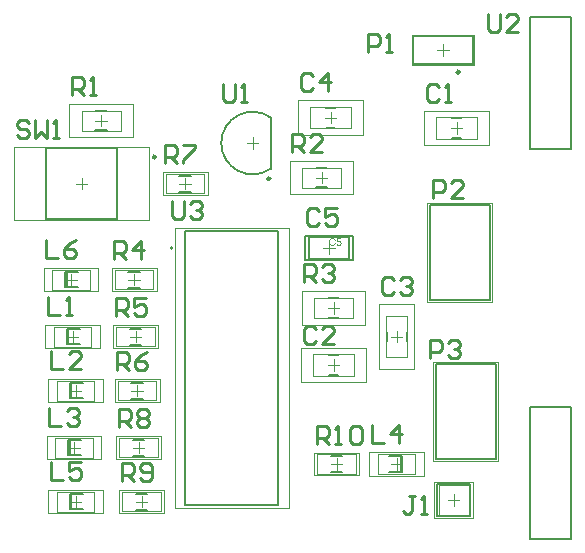
<source format=gto>
G04*
G04 #@! TF.GenerationSoftware,Altium Limited,Altium Designer,19.1.8 (144)*
G04*
G04 Layer_Color=65535*
%FSLAX25Y25*%
%MOIN*%
G70*
G01*
G75*
%ADD10C,0.00984*%
%ADD11C,0.00787*%
%ADD12C,0.00500*%
%ADD13C,0.01000*%
%ADD14R,0.00803X0.05118*%
%ADD15C,0.00394*%
%ADD16C,0.00197*%
G36*
X111249Y104800D02*
X111281Y104796D01*
X111321Y104793D01*
X111361Y104789D01*
X111409Y104778D01*
X111507Y104756D01*
X111616Y104724D01*
X111671Y104702D01*
X111722Y104676D01*
X111773Y104643D01*
X111824Y104611D01*
X111827Y104607D01*
X111835Y104603D01*
X111849Y104593D01*
X111867Y104574D01*
X111885Y104556D01*
X111911Y104531D01*
X111936Y104501D01*
X111966Y104472D01*
X111995Y104436D01*
X112024Y104392D01*
X112057Y104349D01*
X112086Y104301D01*
X112111Y104247D01*
X112140Y104192D01*
X112162Y104134D01*
X112184Y104068D01*
X111856Y103992D01*
Y103996D01*
X111853Y104003D01*
X111845Y104017D01*
X111838Y104036D01*
X111831Y104057D01*
X111820Y104087D01*
X111791Y104145D01*
X111754Y104210D01*
X111711Y104276D01*
X111656Y104338D01*
X111598Y104392D01*
X111591Y104400D01*
X111569Y104414D01*
X111532Y104432D01*
X111485Y104458D01*
X111423Y104480D01*
X111354Y104501D01*
X111270Y104516D01*
X111179Y104520D01*
X111150D01*
X111132Y104516D01*
X111107D01*
X111077Y104512D01*
X111008Y104501D01*
X110932Y104487D01*
X110852Y104462D01*
X110768Y104425D01*
X110692Y104378D01*
X110688D01*
X110684Y104370D01*
X110659Y104352D01*
X110626Y104323D01*
X110586Y104279D01*
X110539Y104225D01*
X110495Y104163D01*
X110455Y104087D01*
X110419Y104003D01*
Y103999D01*
X110415Y103992D01*
X110411Y103981D01*
X110408Y103963D01*
X110400Y103941D01*
X110393Y103916D01*
X110382Y103854D01*
X110368Y103781D01*
X110353Y103701D01*
X110346Y103613D01*
X110342Y103519D01*
Y103515D01*
Y103504D01*
Y103486D01*
Y103464D01*
X110346Y103439D01*
Y103406D01*
X110349Y103369D01*
X110353Y103329D01*
X110364Y103242D01*
X110382Y103147D01*
X110404Y103053D01*
X110433Y102958D01*
Y102954D01*
X110437Y102947D01*
X110444Y102936D01*
X110451Y102918D01*
X110473Y102874D01*
X110506Y102823D01*
X110546Y102765D01*
X110597Y102703D01*
X110655Y102649D01*
X110724Y102598D01*
X110728D01*
X110735Y102594D01*
X110746Y102587D01*
X110761Y102580D01*
X110779Y102572D01*
X110801Y102561D01*
X110852Y102540D01*
X110917Y102518D01*
X110990Y102499D01*
X111070Y102485D01*
X111154Y102481D01*
X111179D01*
X111201Y102485D01*
X111227D01*
X111252Y102489D01*
X111318Y102503D01*
X111394Y102521D01*
X111470Y102550D01*
X111551Y102591D01*
X111591Y102612D01*
X111627Y102641D01*
X111631Y102645D01*
X111634Y102649D01*
X111645Y102660D01*
X111660Y102671D01*
X111674Y102689D01*
X111693Y102711D01*
X111714Y102733D01*
X111733Y102762D01*
X111754Y102794D01*
X111780Y102831D01*
X111802Y102867D01*
X111824Y102911D01*
X111842Y102958D01*
X111860Y103009D01*
X111878Y103064D01*
X111893Y103122D01*
X112228Y103038D01*
Y103035D01*
X112224Y103020D01*
X112217Y102998D01*
X112206Y102969D01*
X112195Y102936D01*
X112180Y102896D01*
X112162Y102853D01*
X112140Y102805D01*
X112089Y102703D01*
X112024Y102601D01*
X111984Y102550D01*
X111944Y102499D01*
X111900Y102456D01*
X111849Y102412D01*
X111845Y102409D01*
X111838Y102401D01*
X111820Y102394D01*
X111802Y102379D01*
X111773Y102361D01*
X111743Y102343D01*
X111704Y102325D01*
X111663Y102307D01*
X111616Y102285D01*
X111565Y102267D01*
X111511Y102248D01*
X111452Y102230D01*
X111390Y102216D01*
X111325Y102208D01*
X111256Y102201D01*
X111183Y102197D01*
X111143D01*
X111114Y102201D01*
X111081D01*
X111041Y102205D01*
X110997Y102212D01*
X110946Y102219D01*
X110841Y102237D01*
X110732Y102267D01*
X110622Y102307D01*
X110571Y102332D01*
X110521Y102361D01*
X110517Y102365D01*
X110510Y102368D01*
X110495Y102379D01*
X110480Y102394D01*
X110459Y102409D01*
X110433Y102430D01*
X110404Y102456D01*
X110375Y102485D01*
X110346Y102518D01*
X110313Y102550D01*
X110248Y102634D01*
X110186Y102733D01*
X110131Y102842D01*
Y102845D01*
X110124Y102856D01*
X110120Y102874D01*
X110109Y102896D01*
X110102Y102925D01*
X110091Y102962D01*
X110076Y103002D01*
X110065Y103045D01*
X110055Y103093D01*
X110040Y103147D01*
X110022Y103260D01*
X110007Y103388D01*
X110000Y103519D01*
Y103522D01*
Y103537D01*
Y103559D01*
X110004Y103584D01*
Y103621D01*
X110007Y103657D01*
X110011Y103704D01*
X110018Y103752D01*
X110036Y103857D01*
X110062Y103974D01*
X110098Y104090D01*
X110149Y104203D01*
X110153Y104207D01*
X110157Y104218D01*
X110164Y104232D01*
X110178Y104250D01*
X110193Y104276D01*
X110211Y104305D01*
X110258Y104370D01*
X110320Y104443D01*
X110393Y104516D01*
X110477Y104589D01*
X110575Y104651D01*
X110579Y104654D01*
X110590Y104658D01*
X110604Y104665D01*
X110622Y104676D01*
X110652Y104687D01*
X110681Y104698D01*
X110717Y104713D01*
X110757Y104727D01*
X110801Y104742D01*
X110848Y104756D01*
X110950Y104778D01*
X111066Y104796D01*
X111187Y104804D01*
X111223D01*
X111249Y104800D01*
D02*
G37*
G36*
X114062Y104432D02*
X113054D01*
X112919Y103752D01*
X112923Y103755D01*
X112930Y103759D01*
X112941Y103766D01*
X112959Y103777D01*
X112981Y103788D01*
X113007Y103803D01*
X113065Y103832D01*
X113138Y103861D01*
X113218Y103886D01*
X113305Y103904D01*
X113349Y103912D01*
X113429D01*
X113451Y103908D01*
X113480Y103904D01*
X113513Y103901D01*
X113549Y103894D01*
X113589Y103883D01*
X113676Y103857D01*
X113724Y103839D01*
X113771Y103814D01*
X113818Y103788D01*
X113866Y103759D01*
X113909Y103723D01*
X113953Y103682D01*
X113957Y103679D01*
X113964Y103672D01*
X113975Y103661D01*
X113989Y103642D01*
X114008Y103617D01*
X114026Y103592D01*
X114048Y103559D01*
X114069Y103522D01*
X114088Y103482D01*
X114110Y103439D01*
X114128Y103388D01*
X114146Y103337D01*
X114161Y103282D01*
X114171Y103220D01*
X114179Y103158D01*
X114182Y103093D01*
Y103089D01*
Y103078D01*
Y103060D01*
X114179Y103035D01*
X114175Y103006D01*
X114171Y102973D01*
X114164Y102933D01*
X114157Y102893D01*
X114135Y102798D01*
X114099Y102700D01*
X114077Y102649D01*
X114048Y102601D01*
X114018Y102550D01*
X113982Y102503D01*
X113979Y102499D01*
X113971Y102489D01*
X113957Y102474D01*
X113938Y102456D01*
X113913Y102434D01*
X113884Y102405D01*
X113847Y102379D01*
X113807Y102350D01*
X113764Y102321D01*
X113713Y102296D01*
X113658Y102270D01*
X113600Y102245D01*
X113538Y102226D01*
X113469Y102212D01*
X113396Y102201D01*
X113320Y102197D01*
X113287D01*
X113261Y102201D01*
X113232Y102205D01*
X113199Y102208D01*
X113160Y102212D01*
X113119Y102223D01*
X113028Y102245D01*
X112937Y102278D01*
X112890Y102299D01*
X112843Y102325D01*
X112799Y102354D01*
X112755Y102387D01*
X112752Y102390D01*
X112744Y102394D01*
X112737Y102409D01*
X112723Y102423D01*
X112705Y102441D01*
X112686Y102463D01*
X112664Y102492D01*
X112646Y102525D01*
X112624Y102558D01*
X112602Y102598D01*
X112563Y102685D01*
X112530Y102787D01*
X112519Y102842D01*
X112512Y102900D01*
X112836Y102925D01*
Y102922D01*
Y102915D01*
X112839Y102903D01*
X112843Y102885D01*
X112854Y102845D01*
X112868Y102791D01*
X112890Y102736D01*
X112919Y102674D01*
X112956Y102620D01*
X112999Y102569D01*
X113007Y102565D01*
X113021Y102550D01*
X113050Y102532D01*
X113090Y102510D01*
X113134Y102489D01*
X113189Y102470D01*
X113251Y102456D01*
X113320Y102452D01*
X113341D01*
X113356Y102456D01*
X113400Y102460D01*
X113451Y102474D01*
X113513Y102492D01*
X113574Y102521D01*
X113640Y102565D01*
X113669Y102591D01*
X113698Y102620D01*
X113702Y102623D01*
X113706Y102627D01*
X113713Y102638D01*
X113724Y102649D01*
X113749Y102689D01*
X113778Y102740D01*
X113804Y102802D01*
X113829Y102878D01*
X113847Y102969D01*
X113855Y103016D01*
Y103067D01*
Y103071D01*
Y103078D01*
Y103093D01*
X113851Y103111D01*
Y103133D01*
X113847Y103158D01*
X113837Y103217D01*
X113818Y103286D01*
X113793Y103355D01*
X113756Y103420D01*
X113706Y103482D01*
Y103486D01*
X113698Y103490D01*
X113680Y103508D01*
X113647Y103533D01*
X113603Y103562D01*
X113545Y103588D01*
X113480Y103613D01*
X113403Y103631D01*
X113360Y103639D01*
X113291D01*
X113261Y103635D01*
X113225Y103631D01*
X113181Y103621D01*
X113138Y103610D01*
X113090Y103592D01*
X113043Y103570D01*
X113039Y103566D01*
X113025Y103559D01*
X113003Y103541D01*
X112974Y103522D01*
X112945Y103497D01*
X112916Y103464D01*
X112883Y103431D01*
X112857Y103391D01*
X112566Y103431D01*
X112810Y104727D01*
X114062D01*
Y104432D01*
D02*
G37*
D10*
X153492Y160197D02*
G03*
X153492Y160197I-492J0D01*
G01*
X90390Y124677D02*
G03*
X90390Y124677I-492J0D01*
G01*
X52205Y131858D02*
G03*
X52205Y131858I-492J0D01*
G01*
D11*
X90484Y145046D02*
G03*
X90484Y127954I-5984J-8546D01*
G01*
X57913Y101500D02*
G03*
X57913Y101500I-394J0D01*
G01*
X145500Y62748D02*
X165500D01*
Y31252D02*
Y62748D01*
X145500Y31252D02*
X165500D01*
X145500D02*
Y62748D01*
X138000Y162756D02*
Y172244D01*
X158000D01*
Y162756D02*
Y172244D01*
X138000Y162756D02*
X158000D01*
X143500Y115748D02*
X163500D01*
Y84252D02*
Y115748D01*
X143500Y84252D02*
X163500D01*
X143500D02*
Y115748D01*
X110122Y59153D02*
X112878D01*
X110122Y65847D02*
X112878D01*
X145909Y12205D02*
X157091D01*
X145909D02*
Y22795D01*
X157091D01*
Y12205D02*
Y22795D01*
X22031Y93559D02*
X26362D01*
X22031Y88441D02*
X26362D01*
X22031D02*
Y93559D01*
X22532Y74559D02*
X26862D01*
X22532Y69441D02*
X26862D01*
X22532D02*
Y74559D01*
X23531Y56559D02*
X27862D01*
X23531Y51441D02*
X27862D01*
X23531D02*
Y56559D01*
X23031Y37559D02*
X27362D01*
X23031Y32441D02*
X27362D01*
X23031D02*
Y37559D01*
X130138Y26941D02*
X134468D01*
X130138Y32059D02*
X134468D01*
Y26941D02*
Y32059D01*
X23531Y19559D02*
X27862D01*
X23531Y14441D02*
X27862D01*
X23531D02*
Y19559D01*
X90484Y127954D02*
Y145046D01*
X32032Y140850D02*
X35969D01*
X32032Y147150D02*
X35969D01*
X151122Y144846D02*
X153878D01*
X151122Y138154D02*
X153878D01*
X105532Y128150D02*
X109468D01*
X105532Y121850D02*
X109468D01*
X109122Y141654D02*
X111878D01*
X109122Y148346D02*
X111878D01*
X135846Y70622D02*
Y73378D01*
X129154Y70622D02*
Y73378D01*
X15689Y111189D02*
X39311D01*
X15689D02*
Y134811D01*
X39311Y111189D02*
Y134811D01*
X15689D02*
X39311D01*
X109728Y84748D02*
X113272D01*
X109728Y78252D02*
X113272D01*
X43031Y93657D02*
X46968D01*
X43031Y88342D02*
X46968D01*
X107835Y97957D02*
X112165D01*
X107835Y105043D02*
X112165D01*
X43532Y74657D02*
X47469D01*
X43532Y69342D02*
X47469D01*
X44032Y56657D02*
X47969D01*
X44032Y51342D02*
X47969D01*
X60031Y120343D02*
X63968D01*
X60031Y125657D02*
X63968D01*
X44532Y37657D02*
X48469D01*
X44532Y32342D02*
X48469D01*
X110531Y32157D02*
X114469D01*
X110531Y26842D02*
X114469D01*
X45531Y19658D02*
X49468D01*
X45531Y14343D02*
X49468D01*
X103307Y97957D02*
Y105043D01*
Y97957D02*
X116693D01*
Y105043D01*
X103307D02*
X116693D01*
X102126Y97563D02*
Y105437D01*
Y97563D02*
X117874D01*
Y105437D01*
X102126D02*
X117874D01*
X57913Y101500D02*
G03*
X57913Y101500I-394J0D01*
G01*
D02*
G03*
X57913Y101500I-394J0D01*
G01*
X102126Y97563D02*
Y105437D01*
Y97563D02*
X117874D01*
Y105437D01*
X102126D02*
X117874D01*
X90484Y145046D02*
G03*
X90484Y127954I-5984J-8546D01*
G01*
Y145046D01*
D12*
X62008Y107248D02*
X92992D01*
X62008Y15752D02*
X92992D01*
X177000Y134500D02*
X190500D01*
X177000D02*
Y178500D01*
X190500D01*
Y134500D02*
Y178500D01*
Y4500D02*
Y48500D01*
X177000D02*
X190500D01*
X177000Y4500D02*
Y48500D01*
Y4500D02*
X190500D01*
X62008Y107248D02*
X92992D01*
X62008Y15752D02*
X92992D01*
X62008D02*
Y107248D01*
X92992Y15752D02*
Y107248D01*
X62008D02*
X92992D01*
X62008Y15752D02*
X92992D01*
X62008D02*
Y107248D01*
X92992Y15752D02*
Y107248D01*
X177000Y134500D02*
X190500D01*
X177000D02*
Y178500D01*
X190500D01*
Y134500D02*
Y136500D01*
Y176500D02*
Y178500D01*
Y46500D02*
Y48500D01*
Y4500D02*
Y6500D01*
X177000Y48500D02*
X190500D01*
X177000Y4500D02*
Y48500D01*
Y4500D02*
X190500D01*
D13*
X143500Y65000D02*
Y70998D01*
X146499D01*
X147499Y69998D01*
Y67999D01*
X146499Y66999D01*
X143500D01*
X149498Y69998D02*
X150498Y70998D01*
X152497D01*
X153497Y69998D01*
Y68999D01*
X152497Y67999D01*
X151497D01*
X152497D01*
X153497Y66999D01*
Y66000D01*
X152497Y65000D01*
X150498D01*
X149498Y66000D01*
X123000Y167000D02*
Y172998D01*
X125999D01*
X126999Y171998D01*
Y169999D01*
X125999Y168999D01*
X123000D01*
X128998Y167000D02*
X130997D01*
X129998D01*
Y172998D01*
X128998Y171998D01*
X163000Y179498D02*
Y174500D01*
X164000Y173500D01*
X165999D01*
X166999Y174500D01*
Y179498D01*
X172997Y173500D02*
X168998D01*
X172997Y177499D01*
Y178498D01*
X171997Y179498D01*
X169998D01*
X168998Y178498D01*
X144550Y118250D02*
Y124248D01*
X147549D01*
X148549Y123248D01*
Y121249D01*
X147549Y120249D01*
X144550D01*
X154547Y118250D02*
X150548D01*
X154547Y122249D01*
Y123248D01*
X153547Y124248D01*
X151548D01*
X150548Y123248D01*
X105499Y74498D02*
X104499Y75498D01*
X102500D01*
X101500Y74498D01*
Y70500D01*
X102500Y69500D01*
X104499D01*
X105499Y70500D01*
X111497Y69500D02*
X107498D01*
X111497Y73499D01*
Y74498D01*
X110497Y75498D01*
X108498D01*
X107498Y74498D01*
X15700Y104098D02*
Y98100D01*
X19699D01*
X25697Y104098D02*
X23697Y103098D01*
X21698Y101099D01*
Y99100D01*
X22698Y98100D01*
X24697D01*
X25697Y99100D01*
Y100099D01*
X24697Y101099D01*
X21698D01*
X17200Y30098D02*
Y24100D01*
X21199D01*
X27197Y30098D02*
X23198D01*
Y27099D01*
X25197Y28099D01*
X26197D01*
X27197Y27099D01*
Y25100D01*
X26197Y24100D01*
X24198D01*
X23198Y25100D01*
X124200Y42598D02*
Y36600D01*
X128199D01*
X133197D02*
Y42598D01*
X130198Y39599D01*
X134197D01*
X16700Y48098D02*
Y42100D01*
X20699D01*
X22698Y47098D02*
X23698Y48098D01*
X25697D01*
X26697Y47098D01*
Y46099D01*
X25697Y45099D01*
X24697D01*
X25697D01*
X26697Y44099D01*
Y43100D01*
X25697Y42100D01*
X23698D01*
X22698Y43100D01*
X17200Y67098D02*
Y61100D01*
X21199D01*
X27197D02*
X23198D01*
X27197Y65099D01*
Y66098D01*
X26197Y67098D01*
X24198D01*
X23198Y66098D01*
X16200Y85098D02*
Y79100D01*
X20199D01*
X22198D02*
X24197D01*
X23198D01*
Y85098D01*
X22198Y84098D01*
X57730Y117298D02*
Y112300D01*
X58730Y111300D01*
X60729D01*
X61729Y112300D01*
Y117298D01*
X63728Y116298D02*
X64728Y117298D01*
X66727D01*
X67727Y116298D01*
Y115299D01*
X66727Y114299D01*
X65727D01*
X66727D01*
X67727Y113299D01*
Y112300D01*
X66727Y111300D01*
X64728D01*
X63728Y112300D01*
X74650Y156348D02*
Y151350D01*
X75650Y150350D01*
X77649D01*
X78649Y151350D01*
Y156348D01*
X80648Y150350D02*
X82647D01*
X81648D01*
Y156348D01*
X80648Y155348D01*
X9999Y143298D02*
X8999Y144298D01*
X7000D01*
X6000Y143298D01*
Y142299D01*
X7000Y141299D01*
X8999D01*
X9999Y140299D01*
Y139300D01*
X8999Y138300D01*
X7000D01*
X6000Y139300D01*
X11998Y144298D02*
Y138300D01*
X13997Y140299D01*
X15997Y138300D01*
Y144298D01*
X17996Y138300D02*
X19996D01*
X18996D01*
Y144298D01*
X17996Y143298D01*
X105900Y36300D02*
Y42298D01*
X108899D01*
X109899Y41298D01*
Y39299D01*
X108899Y38299D01*
X105900D01*
X107899D02*
X109899Y36300D01*
X111898D02*
X113897D01*
X112898D01*
Y42298D01*
X111898Y41298D01*
X116896D02*
X117896Y42298D01*
X119896D01*
X120895Y41298D01*
Y37300D01*
X119896Y36300D01*
X117896D01*
X116896Y37300D01*
Y41298D01*
X40900Y23800D02*
Y29798D01*
X43899D01*
X44899Y28798D01*
Y26799D01*
X43899Y25799D01*
X40900D01*
X42899D02*
X44899Y23800D01*
X46898Y24800D02*
X47898Y23800D01*
X49897D01*
X50897Y24800D01*
Y28798D01*
X49897Y29798D01*
X47898D01*
X46898Y28798D01*
Y27799D01*
X47898Y26799D01*
X50897D01*
X39950Y41850D02*
Y47848D01*
X42949D01*
X43949Y46848D01*
Y44849D01*
X42949Y43849D01*
X39950D01*
X41949D02*
X43949Y41850D01*
X45948Y46848D02*
X46948Y47848D01*
X48947D01*
X49947Y46848D01*
Y45849D01*
X48947Y44849D01*
X49947Y43849D01*
Y42850D01*
X48947Y41850D01*
X46948D01*
X45948Y42850D01*
Y43849D01*
X46948Y44849D01*
X45948Y45849D01*
Y46848D01*
X46948Y44849D02*
X48947D01*
X55400Y129800D02*
Y135798D01*
X58399D01*
X59399Y134798D01*
Y132799D01*
X58399Y131799D01*
X55400D01*
X57399D02*
X59399Y129800D01*
X61398Y135798D02*
X65397D01*
Y134798D01*
X61398Y130800D01*
Y129800D01*
X39450Y60850D02*
Y66848D01*
X42449D01*
X43449Y65848D01*
Y63849D01*
X42449Y62849D01*
X39450D01*
X41449D02*
X43449Y60850D01*
X49447Y66848D02*
X47447Y65848D01*
X45448Y63849D01*
Y61850D01*
X46448Y60850D01*
X48447D01*
X49447Y61850D01*
Y62849D01*
X48447Y63849D01*
X45448D01*
X38950Y78850D02*
Y84848D01*
X41949D01*
X42949Y83848D01*
Y81849D01*
X41949Y80849D01*
X38950D01*
X40949D02*
X42949Y78850D01*
X48947Y84848D02*
X44948D01*
Y81849D01*
X46947Y82849D01*
X47947D01*
X48947Y81849D01*
Y79850D01*
X47947Y78850D01*
X45948D01*
X44948Y79850D01*
X38400Y97800D02*
Y103798D01*
X41399D01*
X42399Y102798D01*
Y100799D01*
X41399Y99799D01*
X38400D01*
X40399D02*
X42399Y97800D01*
X47397D02*
Y103798D01*
X44398Y100799D01*
X48397D01*
X101750Y90350D02*
Y96348D01*
X104749D01*
X105749Y95348D01*
Y93349D01*
X104749Y92349D01*
X101750D01*
X103749D02*
X105749Y90350D01*
X107748Y95348D02*
X108748Y96348D01*
X110747D01*
X111747Y95348D01*
Y94349D01*
X110747Y93349D01*
X109747D01*
X110747D01*
X111747Y92349D01*
Y91350D01*
X110747Y90350D01*
X108748D01*
X107748Y91350D01*
X97800Y133600D02*
Y139598D01*
X100799D01*
X101799Y138598D01*
Y136599D01*
X100799Y135599D01*
X97800D01*
X99799D02*
X101799Y133600D01*
X107797D02*
X103798D01*
X107797Y137599D01*
Y138598D01*
X106797Y139598D01*
X104798D01*
X103798Y138598D01*
X24300Y152600D02*
Y158598D01*
X27299D01*
X28299Y157598D01*
Y155599D01*
X27299Y154599D01*
X24300D01*
X26299D02*
X28299Y152600D01*
X30298D02*
X32297D01*
X31298D01*
Y158598D01*
X30298Y157598D01*
X138499Y18998D02*
X136499D01*
X137499D01*
Y14000D01*
X136499Y13000D01*
X135500D01*
X134500Y14000D01*
X140498Y13000D02*
X142497D01*
X141498D01*
Y18998D01*
X140498Y17998D01*
X106749Y113848D02*
X105749Y114848D01*
X103750D01*
X102750Y113848D01*
Y109850D01*
X103750Y108850D01*
X105749D01*
X106749Y109850D01*
X112747Y114848D02*
X108748D01*
Y111849D01*
X110747Y112849D01*
X111747D01*
X112747Y111849D01*
Y109850D01*
X111747Y108850D01*
X109748D01*
X108748Y109850D01*
X104599Y158798D02*
X103599Y159798D01*
X101600D01*
X100600Y158798D01*
Y154800D01*
X101600Y153800D01*
X103599D01*
X104599Y154800D01*
X109597Y153800D02*
Y159798D01*
X106598Y156799D01*
X110597D01*
X131699Y90898D02*
X130699Y91898D01*
X128700D01*
X127700Y90898D01*
Y86900D01*
X128700Y85900D01*
X130699D01*
X131699Y86900D01*
X133698Y90898D02*
X134698Y91898D01*
X136697D01*
X137697Y90898D01*
Y89899D01*
X136697Y88899D01*
X135697D01*
X136697D01*
X137697Y87899D01*
Y86900D01*
X136697Y85900D01*
X134698D01*
X133698Y86900D01*
X146599Y155298D02*
X145599Y156298D01*
X143600D01*
X142600Y155298D01*
Y151300D01*
X143600Y150300D01*
X145599D01*
X146599Y151300D01*
X148598Y150300D02*
X150597D01*
X149598D01*
Y156298D01*
X148598Y155298D01*
D14*
X22598Y90941D02*
D03*
X23098Y71941D02*
D03*
X24098Y53941D02*
D03*
X23598Y34941D02*
D03*
X133902Y29559D02*
D03*
X24098Y16941D02*
D03*
D15*
X145500Y62748D02*
X165500D01*
Y31252D02*
Y62748D01*
X145500Y31252D02*
X165500D01*
X145500D02*
Y62748D01*
X138000Y162756D02*
Y172244D01*
X158000D01*
Y162756D02*
Y172244D01*
X138000Y162756D02*
X158000D01*
X143500Y115748D02*
X163500D01*
Y84252D02*
Y115748D01*
X143500Y84252D02*
X163500D01*
X143500D02*
Y115748D01*
X118193Y58957D02*
Y66043D01*
X104807Y58957D02*
Y66043D01*
Y58957D02*
X118193D01*
X104807Y66043D02*
X118193D01*
X146500Y12500D02*
Y22500D01*
Y12500D02*
X156500D01*
Y22500D01*
X146500D02*
X156500D01*
X17701Y87653D02*
Y94346D01*
X30299Y87653D02*
Y94346D01*
X17701D02*
X30299D01*
X17701Y87653D02*
X30299D01*
X18201Y68654D02*
Y75346D01*
X30799Y68654D02*
Y75346D01*
X18201D02*
X30799D01*
X18201Y68654D02*
X30799D01*
X19201Y50654D02*
Y57346D01*
X31799Y50654D02*
Y57346D01*
X19201D02*
X31799D01*
X19201Y50654D02*
X31799D01*
X18701Y31654D02*
Y38346D01*
X31299Y31654D02*
Y38346D01*
X18701D02*
X31299D01*
X18701Y31654D02*
X31299D01*
X138799Y26153D02*
Y32846D01*
X126201Y26153D02*
Y32846D01*
Y26153D02*
X138799D01*
X126201Y32846D02*
X138799D01*
X19201Y13654D02*
Y20346D01*
X31799Y13654D02*
Y20346D01*
X19201D02*
X31799D01*
X19201Y13654D02*
X31799D01*
X40496Y140654D02*
Y147346D01*
X27504Y140654D02*
Y147346D01*
Y140654D02*
X40496D01*
X27504Y147346D02*
X40496D01*
X145807Y137957D02*
Y145043D01*
X159193Y137957D02*
Y145043D01*
X145807D02*
X159193D01*
X145807Y137957D02*
X159193D01*
X101004Y121653D02*
Y128347D01*
X113996Y121653D02*
Y128347D01*
X101004D02*
X113996D01*
X101004Y121653D02*
X113996D01*
X117193Y141457D02*
Y148543D01*
X103807Y141457D02*
Y148543D01*
Y141457D02*
X117193D01*
X103807Y148543D02*
X117193D01*
X128957Y78693D02*
X136043D01*
X128957Y65307D02*
X136043D01*
Y78693D01*
X128957Y65307D02*
Y78693D01*
X15689Y134811D02*
X39311D01*
Y111189D02*
Y134811D01*
X15689Y111189D02*
Y134811D01*
Y111189D02*
X39311D01*
X105004Y78055D02*
Y84945D01*
X117996Y78055D02*
Y84945D01*
X105004D02*
X117996D01*
X105004Y78055D02*
X117996D01*
X38602Y87752D02*
Y94248D01*
X51398Y87752D02*
Y94248D01*
X38602D02*
X51398D01*
X38602Y87752D02*
X51398D01*
X39102Y68752D02*
Y75248D01*
X51898Y68752D02*
Y75248D01*
X39102D02*
X51898D01*
X39102Y68752D02*
X51898D01*
X39602Y50752D02*
Y57248D01*
X52398Y50752D02*
Y57248D01*
X39602D02*
X52398D01*
X39602Y50752D02*
X52398D01*
X68398Y119752D02*
Y126248D01*
X55602Y119752D02*
Y126248D01*
Y119752D02*
X68398D01*
X55602Y126248D02*
X68398D01*
X40102Y31752D02*
Y38248D01*
X52898Y31752D02*
Y38248D01*
X40102D02*
X52898D01*
X40102Y31752D02*
X52898D01*
X106102Y26252D02*
Y32748D01*
X118898Y26252D02*
Y32748D01*
X106102D02*
X118898D01*
X106102Y26252D02*
X118898D01*
X41102Y13752D02*
Y20248D01*
X53898Y13752D02*
Y20248D01*
X41102D02*
X53898D01*
X41102Y13752D02*
X53898D01*
X148000Y165532D02*
Y169468D01*
X146031Y167500D02*
X149969D01*
X109531Y62500D02*
X113469D01*
X111500Y60532D02*
Y64468D01*
X14945Y87063D02*
Y94937D01*
X33055Y87063D02*
Y94937D01*
X14945D02*
X33055D01*
X14945Y87063D02*
X33055D01*
X22031Y91000D02*
X25969D01*
X24000Y89031D02*
Y92968D01*
X15445Y68063D02*
Y75937D01*
X33555Y68063D02*
Y75937D01*
X15445D02*
X33555D01*
X15445Y68063D02*
X33555D01*
X22532Y72000D02*
X26469D01*
X24500Y70031D02*
Y73968D01*
X16445Y50063D02*
Y57937D01*
X34555Y50063D02*
Y57937D01*
X16445D02*
X34555D01*
X16445Y50063D02*
X34555D01*
X23531Y54000D02*
X27468D01*
X25500Y52031D02*
Y55968D01*
X15945Y31063D02*
Y38937D01*
X34055Y31063D02*
Y38937D01*
X15945D02*
X34055D01*
X15945Y31063D02*
X34055D01*
X23031Y35000D02*
X26969D01*
X25000Y33031D02*
Y36968D01*
X141555Y25563D02*
Y33437D01*
X123445Y25563D02*
Y33437D01*
Y25563D02*
X141555D01*
X123445Y33437D02*
X141555D01*
X130532Y29500D02*
X134468D01*
X132500Y27531D02*
Y31468D01*
X16445Y13063D02*
Y20937D01*
X34555Y13063D02*
Y20937D01*
X16445D02*
X34555D01*
X16445Y13063D02*
X34555D01*
X23531Y17000D02*
X27468D01*
X25500Y15032D02*
Y18969D01*
X84500Y134531D02*
Y138469D01*
X82531Y136500D02*
X86468D01*
X32032Y144000D02*
X35969D01*
X34000Y142032D02*
Y145968D01*
X150531Y141500D02*
X154469D01*
X152500Y139532D02*
Y143468D01*
X105532Y125000D02*
X109468D01*
X107500Y123031D02*
Y126969D01*
X108531Y145000D02*
X112469D01*
X110500Y143032D02*
Y146968D01*
X132500Y70031D02*
Y73968D01*
X130532Y72000D02*
X134468D01*
X27500Y121031D02*
Y124969D01*
X25532Y123000D02*
X29469D01*
X109531Y81500D02*
X113469D01*
X111500Y79532D02*
Y83469D01*
X43031Y91000D02*
X46968D01*
X45000Y89031D02*
Y92968D01*
X43532Y72000D02*
X47469D01*
X45500Y70031D02*
Y73968D01*
X44032Y54000D02*
X47969D01*
X46000Y52031D02*
Y55968D01*
X60031Y123000D02*
X63968D01*
X62000Y121031D02*
Y124969D01*
X44532Y35000D02*
X48469D01*
X46500Y33031D02*
Y36968D01*
X110531Y29500D02*
X114469D01*
X112500Y27531D02*
Y31468D01*
X45531Y17000D02*
X49468D01*
X47500Y15032D02*
Y18969D01*
X110000Y99532D02*
Y103469D01*
X108031Y101500D02*
X111969D01*
D16*
X144614Y63634D02*
X166386D01*
Y30366D02*
Y63634D01*
X144614Y30366D02*
X166386D01*
X144614D02*
Y63634D01*
X137606Y162362D02*
Y172638D01*
X158394D01*
Y162362D02*
Y172638D01*
X137606Y162362D02*
X158394D01*
X142614Y116634D02*
X164386D01*
Y83366D02*
Y116634D01*
X142614Y83366D02*
X164386D01*
X142614D02*
Y116634D01*
X122327Y56791D02*
Y68209D01*
X100673Y56791D02*
Y68209D01*
Y56791D02*
X122327D01*
X100673Y68209D02*
X122327D01*
X145122Y11417D02*
Y23583D01*
Y11417D02*
X157878D01*
Y23583D01*
X145122D02*
X157878D01*
X151500Y15531D02*
Y19468D01*
X149531Y17500D02*
X153469D01*
X44630Y138488D02*
Y149512D01*
X23370Y138488D02*
Y149512D01*
Y138488D02*
X44630D01*
X23370Y149512D02*
X44630D01*
X141673Y135791D02*
Y147209D01*
X163327Y135791D02*
Y147209D01*
X141673D02*
X163327D01*
X141673Y135791D02*
X163327D01*
X96870Y119488D02*
Y130512D01*
X118130Y119488D02*
Y130512D01*
X96870D02*
X118130D01*
X96870Y119488D02*
X118130D01*
X121327Y139291D02*
Y150709D01*
X99673Y139291D02*
Y150709D01*
Y139291D02*
X121327D01*
X99673Y150709D02*
X121327D01*
X126791Y82827D02*
X138209D01*
X126791Y61173D02*
X138209D01*
Y82827D01*
X126791Y61173D02*
Y82827D01*
X5059Y110795D02*
Y135205D01*
Y110795D02*
X49941D01*
X5059Y135205D02*
X49941D01*
Y110795D02*
Y135205D01*
X100870Y75791D02*
Y87209D01*
X122130Y75791D02*
Y87209D01*
X100870D02*
X122130D01*
X100870Y75791D02*
X122130D01*
X37520Y87260D02*
Y94740D01*
X52480Y87260D02*
Y94740D01*
X37520D02*
X52480D01*
X37520Y87260D02*
X52480D01*
X38020Y68260D02*
Y75740D01*
X52980Y68260D02*
Y75740D01*
X38020D02*
X52980D01*
X38020Y68260D02*
X52980D01*
X38520Y50260D02*
Y57740D01*
X53480Y50260D02*
Y57740D01*
X38520D02*
X53480D01*
X38520Y50260D02*
X53480D01*
X69480Y119260D02*
Y126740D01*
X54520Y119260D02*
Y126740D01*
Y119260D02*
X69480D01*
X54520Y126740D02*
X69480D01*
X39020Y31260D02*
Y38740D01*
X53980Y31260D02*
Y38740D01*
X39020D02*
X53980D01*
X39020Y31260D02*
X53980D01*
X105020Y25760D02*
Y33240D01*
X119980Y25760D02*
Y33240D01*
X105020D02*
X119980D01*
X105020Y25760D02*
X119980D01*
X40020Y13260D02*
Y20740D01*
X54980Y13260D02*
Y20740D01*
X40020D02*
X54980D01*
X40020Y13260D02*
X54980D01*
X58504Y108232D02*
X96496D01*
X58504Y14768D02*
X96496D01*
Y108232D01*
X58504Y14768D02*
Y108232D01*
M02*

</source>
